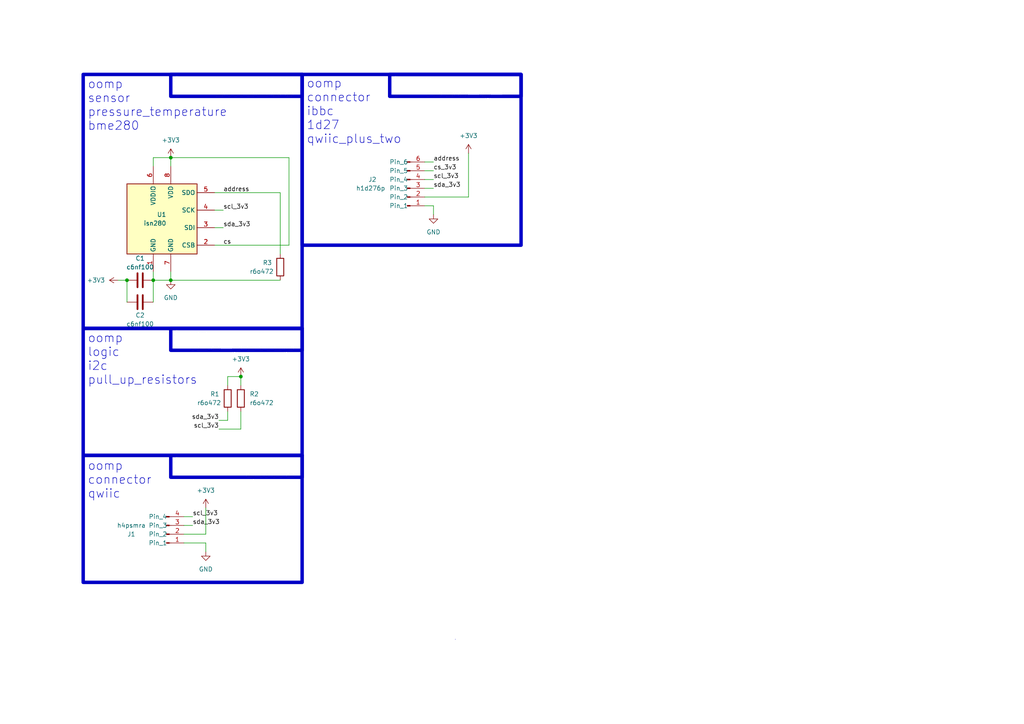
<source format=kicad_sch>
(kicad_sch (version 20230121) (generator eeschema)
  (paper "A4")
  (lib_symbols
    (symbol "c6nf100_electronic_capacitor_0603_100_nano_farad_1" (pin_numbers hide) (pin_names (offset 0.254))
      (property "Reference" "C" (at 0.635 2.54 0))
      (property "Value" "c6nf100_electronic_capacitor_0603_100_nano_farad" (at 0.635 -2.54 0))
      (symbol "c6nf100_electronic_capacitor_0603_100_nano_farad_1_0_1"
        (polyline (pts (xy -2.032 -0.762) (xy 2.032 -0.762)) (stroke (width 0.508)))
        (polyline (pts (xy -2.032 0.762) (xy 2.032 0.762)) (stroke (width 0.508)))
      )
      (symbol "c6nf100_electronic_capacitor_0603_100_nano_farad_1_1_1"
        (pin passive line (at 0 3.81 270) (length 2.794) (name "~") (number "1"))
        (pin passive line (at 0 -3.81 90) (length 2.794) (name "~") (number "2"))
      )
    )
    (symbol "oomlout_oomp_part_symbols:h1d276p_electronic_header_1d27_mm_6_pin" (pin_names (offset 1.016))
      (property "Reference" "J" (at 0 7.62 0))
      (property "Value" "h1d276p_electronic_header_1d27_mm_6_pin" (at 0 -10.16 0))
      (symbol "h1d276p_electronic_header_1d27_mm_6_pin_1_1"
        (polyline (pts (xy 1.27 -7.62) (xy 0.8636 -7.62)) (stroke (width 0.1524)))
        (polyline (pts (xy 1.27 -5.08) (xy 0.8636 -5.08)) (stroke (width 0.1524)))
        (polyline (pts (xy 1.27 -2.54) (xy 0.8636 -2.54)) (stroke (width 0.1524)))
        (polyline (pts (xy 1.27 0) (xy 0.8636 0)) (stroke (width 0.1524)))
        (polyline (pts (xy 1.27 2.54) (xy 0.8636 2.54)) (stroke (width 0.1524)))
        (polyline (pts (xy 1.27 5.08) (xy 0.8636 5.08)) (stroke (width 0.1524)))
        (rectangle (start 0.8636 -7.493) (end 0 -7.747) (stroke (width 0.1524)) (fill (type outline)))
        (rectangle (start 0.8636 -4.953) (end 0 -5.207) (stroke (width 0.1524)) (fill (type outline)))
        (rectangle (start 0.8636 -2.413) (end 0 -2.667) (stroke (width 0.1524)) (fill (type outline)))
        (rectangle (start 0.8636 0.127) (end 0 -0.127) (stroke (width 0.1524)) (fill (type outline)))
        (rectangle (start 0.8636 2.667) (end 0 2.413) (stroke (width 0.1524)) (fill (type outline)))
        (rectangle (start 0.8636 5.207) (end 0 4.953) (stroke (width 0.1524)) (fill (type outline)))
        (pin passive line (at 5.08 5.08 180) (length 3.81) (name "Pin_1") (number "1"))
        (pin passive line (at 5.08 2.54 180) (length 3.81) (name "Pin_2") (number "2"))
        (pin passive line (at 5.08 0 180) (length 3.81) (name "Pin_3") (number "3"))
        (pin passive line (at 5.08 -2.54 180) (length 3.81) (name "Pin_4") (number "4"))
        (pin passive line (at 5.08 -5.08 180) (length 3.81) (name "Pin_5") (number "5"))
        (pin passive line (at 5.08 -7.62 180) (length 3.81) (name "Pin_6") (number "6"))
      )
    )
    (symbol "oomlout_oomp_part_symbols:h4psmra_electronic_header_1_mm_jst_sh_4_pin_surface_mount_right_angle" (pin_names (offset 1.016))
      (property "Reference" "J" (at 0 5.08 0))
      (property "Value" "h4psmra_electronic_header_1_mm_jst_sh_4_pin_surface_mount_right_angle" (at 0 -7.62 0))
      (symbol "h4psmra_electronic_header_1_mm_jst_sh_4_pin_surface_mount_right_angle_1_1"
        (polyline (pts (xy 1.27 -5.08) (xy 0.8636 -5.08)) (stroke (width 0.1524)))
        (polyline (pts (xy 1.27 -2.54) (xy 0.8636 -2.54)) (stroke (width 0.1524)))
        (polyline (pts (xy 1.27 0) (xy 0.8636 0)) (stroke (width 0.1524)))
        (polyline (pts (xy 1.27 2.54) (xy 0.8636 2.54)) (stroke (width 0.1524)))
        (rectangle (start 0.8636 -4.953) (end 0 -5.207) (stroke (width 0.1524)) (fill (type outline)))
        (rectangle (start 0.8636 -2.413) (end 0 -2.667) (stroke (width 0.1524)) (fill (type outline)))
        (rectangle (start 0.8636 0.127) (end 0 -0.127) (stroke (width 0.1524)) (fill (type outline)))
        (rectangle (start 0.8636 2.667) (end 0 2.413) (stroke (width 0.1524)) (fill (type outline)))
        (pin passive line (at 5.08 2.54 180) (length 3.81) (name "Pin_1") (number "1"))
        (pin passive line (at 5.08 0 180) (length 3.81) (name "Pin_2") (number "2"))
        (pin passive line (at 5.08 -2.54 180) (length 3.81) (name "Pin_3") (number "3"))
        (pin passive line (at 5.08 -5.08 180) (length 3.81) (name "Pin_4") (number "4"))
      )
    )
    (symbol "oomlout_oomp_part_symbols:isn280_electronic_ic_lga_2_5_mm_x_2_5_mm_8_pin_sensor_pressure_temperature_bosch_bme280"
      (property "Reference" "J" (at -8.89 11.43 0))
      (property "Value" "isn280_electronic_ic_lga_2_5_mm_x_2_5_mm_8_pin_sensor_pressure_temperature_bosch_bme280" (at 7.62 11.43 0))
      (symbol "isn280_electronic_ic_lga_2_5_mm_x_2_5_mm_8_pin_sensor_pressure_temperature_bosch_bme280_0_1"
        (rectangle (start -10.16 10.16) (end 10.16 -10.16) (stroke (width 0.254)) (fill (type background)))
      )
      (symbol "isn280_electronic_ic_lga_2_5_mm_x_2_5_mm_8_pin_sensor_pressure_temperature_bosch_bme280_1_1"
        (pin power_in line (at -2.54 -15.24 90) (length 5.08) (name "GND") (number "1"))
        (pin input line (at 15.24 -7.62 180) (length 5.08) (name "CSB") (number "2"))
        (pin bidirectional line (at 15.24 -2.54 180) (length 5.08) (name "SDI") (number "3"))
        (pin input line (at 15.24 2.54 180) (length 5.08) (name "SCK") (number "4"))
        (pin bidirectional line (at 15.24 7.62 180) (length 5.08) (name "SDO") (number "5"))
        (pin power_in line (at -2.54 15.24 270) (length 5.08) (name "VDDIO") (number "6"))
        (pin power_in line (at 2.54 -15.24 90) (length 5.08) (name "GND") (number "7"))
        (pin power_in line (at 2.54 15.24 270) (length 5.08) (name "VDD") (number "8"))
      )
    )
    (symbol "oomlout_oomp_part_symbols:r6o472_electronic_resistor_0603_4700_ohm" (pin_numbers hide) (pin_names (offset 0))
      (property "Reference" "R" (at 2.032 0 90))
      (property "Value" "r6o472_electronic_resistor_0603_4700_ohm" (at 0 0 90))
      (symbol "r6o472_electronic_resistor_0603_4700_ohm_0_1"
        (rectangle (start -1.016 -2.54) (end 1.016 2.54) (stroke (width 0.254)))
      )
      (symbol "r6o472_electronic_resistor_0603_4700_ohm_1_1"
        (pin passive line (at 0 3.81 270) (length 1.27) (name "~") (number "1"))
        (pin passive line (at 0 -3.81 90) (length 1.27) (name "~") (number "2"))
      )
    )
    (symbol "power:+3V3" (power) (pin_names (offset 0))
      (property "Value" "+3V3" (at 0 3.556 0))
      (symbol "+3V3_0_1"
        (polyline (pts (xy -0.762 1.27) (xy 0 2.54)))
        (polyline (pts (xy 0 0) (xy 0 2.54)))
        (polyline (pts (xy 0 2.54) (xy 0.762 1.27)))
      )
      (symbol "+3V3_1_1"
        (pin power_in line (at 0 0 90) (length 0) hide (name "+3V3") (number "1"))
      )
    )
    (symbol "power:GND" (power) (pin_names (offset 0))
      (property "Value" "GND" (at 0 -3.81 0))
      (symbol "GND_0_1"
        (polyline (pts (xy 0 0) (xy 0 -1.27) (xy 1.27 -1.27) (xy 0 -2.54) (xy -1.27 -1.27) (xy 0 -1.27)))
      )
      (symbol "GND_1_1"
        (pin power_in line (at 0 0 270) (length 0) hide (name "GND") (number "1"))
      )
    )
  )
  (junction (at 49.53 81.28))
  (junction (at 44.45 81.28))
  (junction (at 69.85 109.22))
  (junction (at 36.83 81.28))
  (junction (at 49.53 45.72))
  (wire (pts (xy 49.53 81.28) (xy 81.28 81.28)))
  (wire (pts (xy 81.28 55.88) (xy 81.28 73.66)))
  (wire (pts (xy 69.85 119.38) (xy 69.85 124.46)))
  (wire (pts (xy 69.85 109.22) (xy 66.04 109.22)))
  (wire (pts (xy 125.73 59.69) (xy 125.73 62.23)))
  (wire (pts (xy 36.83 81.28) (xy 36.83 87.63)))
  (wire (pts (xy 44.45 45.72) (xy 49.53 45.72)))
  (wire (pts (xy 66.04 121.92) (xy 66.04 119.38)))
  (wire (pts (xy 123.19 49.53) (xy 125.73 49.53)))
  (wire (pts (xy 62.23 66.04) (xy 64.77 66.04)))
  (wire (pts (xy 59.69 157.48) (xy 53.34 157.48)))
  (wire (pts (xy 123.19 54.61) (xy 125.73 54.61)))
  (wire (pts (xy 135.89 57.15) (xy 135.89 44.45)))
  (wire (pts (xy 83.82 71.12) (xy 83.82 45.72)))
  (wire (pts (xy 44.45 81.28) (xy 49.53 81.28)))
  (wire (pts (xy 49.53 78.74) (xy 49.53 81.28)))
  (wire (pts (xy 49.53 45.72) (xy 49.53 48.26)))
  (wire (pts (xy 63.5 121.92) (xy 66.04 121.92)))
  (wire (pts (xy 59.69 157.48) (xy 59.69 160.02)))
  (wire (pts (xy 53.34 149.86) (xy 55.88 149.86)))
  (wire (pts (xy 44.45 78.74) (xy 44.45 81.28)))
  (wire (pts (xy 49.53 45.72) (xy 83.82 45.72)))
  (wire (pts (xy 53.34 154.94) (xy 59.69 154.94)))
  (wire (pts (xy 53.34 152.4) (xy 55.88 152.4)))
  (wire (pts (xy 62.23 71.12) (xy 83.82 71.12)))
  (wire (pts (xy 44.45 48.26) (xy 44.45 45.72)))
  (wire (pts (xy 62.23 55.88) (xy 81.28 55.88)))
  (wire (pts (xy 59.69 147.32) (xy 59.69 154.94)))
  (wire (pts (xy 34.29 81.28) (xy 36.83 81.28)))
  (wire (pts (xy 123.19 52.07) (xy 125.73 52.07)))
  (wire (pts (xy 44.45 81.28) (xy 44.45 87.63)))
  (wire (pts (xy 62.23 60.96) (xy 64.77 60.96)))
  (wire (pts (xy 123.19 59.69) (xy 125.73 59.69)))
  (wire (pts (xy 69.85 124.46) (xy 63.5 124.46)))
  (wire (pts (xy 66.04 109.22) (xy 66.04 111.76)))
  (wire (pts (xy 123.19 46.99) (xy 125.73 46.99)))
  (wire (pts (xy 123.19 57.15) (xy 135.89 57.15)))
  (wire (pts (xy 69.85 109.22) (xy 69.85 111.76)))
  (rectangle (start 132.08 185.42) (end 132.08 185.42))
  (rectangle (start 87.63 21.59) (end 151.13 71.12) (stroke (width 1)))
  (rectangle (start 68.58 295.91) (end 68.58 295.91))
  (rectangle (start 113.03 21.59) (end 151.13 27.94) (stroke (width 1)) (fill (type color)))
  (rectangle (start 68.58 259.08) (end 68.58 259.08))
  (rectangle (start 24.13 95.25) (end 87.63 132.08) (stroke (width 1)))
  (rectangle (start 49.53 21.59) (end 87.63 27.94) (stroke (width 1)) (fill (type color)))
  (rectangle (start 24.13 21.59) (end 87.63 95.25) (stroke (width 1)))
  (rectangle (start 49.53 95.25) (end 87.63 101.6) (stroke (width 1)) (fill (type color)))
  (rectangle (start 24.13 132.08) (end 87.63 168.91) (stroke (width 1)))
  (rectangle (start 49.53 132.08) (end 87.63 138.43) (stroke (width 1)) (fill (type color)))
  (text "name" (at 52.07 27.94 90) (effects (font (size 1.27 1.27) (thickness 0.254) bold) (justify left bottom)))
  (text "ibbc_q_2\n" (at 149.86 27.94 0) (effects (font (size 4 4) (thickness 0.8) bold) (justify right bottom)))
  (text "name" (at 52.07 138.43 90) (effects (font (size 1.27 1.27) (thickness 0.254) bold) (justify left bottom)))
  (text "qwiic\n" (at 86.36 138.43 0) (effects (font (size 4 4) (thickness 0.8) bold) (justify right bottom)))
  (text "name" (at 52.07 101.6 90) (effects (font (size 1.27 1.27) (thickness 0.254) bold) (justify left bottom)))
  (text "i2c_pullup\n" (at 86.36 101.6 0) (effects (font (size 4 4) (thickness 0.8) bold) (justify right bottom)))
  (text "name" (at 115.57 27.94 90) (effects (font (size 1.27 1.27) (thickness 0.254) bold) (justify left bottom)))
  (text "oomp\nconnector\nqwiic\n" (at 25.4 144.78 0) (effects (font (size 2.5 2.5)) (justify left bottom)))
  (text "oomp\nsensor\npressure_temperature\nbme280" (at 25.4 38.1 0) (effects (font (size 2.5 2.5)) (justify left bottom)))
  (text "oomp\nlogic\ni2c\npull_up_resistors\n" (at 25.4 111.76 0) (effects (font (size 2.5 2.5)) (justify left bottom)))
  (text "bme280" (at 86.36 27.94 0) (effects (font (size 4 4) (thickness 0.8) bold) (justify right bottom)))
  (text "oomp\nconnector\nibbc\n1d27\nqwiic_plus_two\n" (at 88.9 41.91 0) (effects (font (size 2.5 2.5)) (justify left bottom)))
  (label "sda_3v3" (at 63.5 121.92 180))
  (label "scl_3v3" (at 55.88 149.86 0))
  (label "cs_3v3" (at 125.73 49.53 0))
  (label "cs" (at 64.77 71.12 0))
  (label "sda_3v3" (at 55.88 152.4 0))
  (label "scl_3v3" (at 64.77 60.96 0))
  (label "scl_3v3" (at 63.5 124.46 180))
  (label "sda_3v3" (at 125.73 54.61 0))
  (label "sda_3v3" (at 64.77 66.04 0))
  (label "address" (at 64.77 55.88 0))
  (label "address" (at 125.73 46.99 0))
  (label "scl_3v3" (at 125.73 52.07 0))
  (symbol (lib_id "oomlout_oomp_part_symbols:r6o472_electronic_resistor_0603_4700_ohm") (at 66.04 115.57 0) (unit 1)
    (property "Reference" "R1" (at 60.96 114.3 0) (effects (justify left)))
    (property "Value" "r6o472" (at 57.15 116.84 0) (effects (justify left)))
    (property "Footprint" "oomlout_oomp_part_footprints:r6o472_electronic_resistor_0603_4700_ohm" (effects hide))
    (property "Datasheet" "https://github.com/oomlout/oomlout_oomp_v3/parts/electronic_resistor_0603_4700_ohm/datasheet.pdf" (effects hide))
  )
  (symbol (lib_id "power:GND") (at 49.53 81.28 0) (unit 1)
    (property "Reference" "#PWR03" (effects hide))
    (property "Value" "GND" (at 49.53 86.36 0))
  )
  (symbol (lib_id "power:+3V3") (at 69.85 109.22 0) (unit 1)
    (property "Reference" "#PWR04" (effects hide))
    (property "Value" "+3V3" (at 69.85 104.14 0))
  )
  (symbol (lib_id "oomlout_oomp_part_symbols:r6o472_electronic_resistor_0603_4700_ohm") (at 81.28 77.47 0) (unit 1)
    (property "Reference" "R3" (at 76.2 76.2 0) (effects (justify left)))
    (property "Value" "r6o472" (at 72.39 78.74 0) (effects (justify left)))
    (property "Footprint" "oomlout_oomp_part_footprints:r6o472_electronic_resistor_0603_4700_ohm" (effects hide))
    (property "Datasheet" "https://github.com/oomlout/oomlout_oomp_v3/parts/electronic_resistor_0603_4700_ohm/datasheet.pdf" (effects hide))
  )
  (symbol (lib_id "oomlout_oomp_part_symbols:isn280_electronic_ic_lga_2_5_mm_x_2_5_mm_8_pin_sensor_pressure_temperature_bosch_bme280") (at 46.99 63.5 0) (unit 1)
    (property "Reference" "U1" (at 48.26 62.23 0) (effects (justify right)))
    (property "Value" "isn280" (at 48.26 64.77 0) (effects (justify right)))
    (property "Footprint" "oomlout_oomp_part_footprints:isn280_electronic_ic_lga_2_5_mm_x_2_5_mm_8_pin_sensor_pressure_temperature_bosch_bme280" (effects hide))
    (property "Datasheet" "https://github.com/oomlout/oomlout_oomp_v3/parts/electronic_ic_lga_2_5_mm_x_2_5_mm_8_pin_sensor_pressure_temperature_bosch_bme280/datasheet.pdf" (effects hide))
  )
  (symbol (lib_id "oomlout_oomp_part_symbols:h4psmra_electronic_header_1_mm_jst_sh_4_pin_surface_mount_right_angle") (at 48.26 154.94 0) (mirror x) (unit 1)
    (property "Reference" "J1" (at 38.1 154.94 0))
    (property "Value" "h4psmra" (at 38.1 152.4 0))
    (property "Footprint" "oomlout_oomp_part_footprints:h4psmra_electronic_header_1_mm_jst_sh_4_pin_surface_mount_right_angle" (effects hide))
    (property "Datasheet" "https://github.com/oomlout/oomlout_oomp_v3/parts/electronic_header_1_mm_jst_sh_4_pin_surface_mount_right_angle/datasheet.pdf" (effects hide))
  )
  (symbol (lib_id "power:GND") (at 59.69 160.02 0) (unit 1)
    (property "Reference" "#PWR06" (effects hide))
    (property "Value" "GND" (at 59.69 165.1 0))
  )
  (symbol (lib_id "power:GND") (at 125.73 62.23 0) (unit 1)
    (property "Reference" "#PWR07" (effects hide))
    (property "Value" "GND" (at 125.73 67.31 0))
  )
  (symbol (lib_id "oomlout_oomp_part_symbols:h1d276p_electronic_header_1d27_mm_6_pin") (at 118.11 54.61 0) (mirror x) (unit 1)
    (property "Reference" "J2" (at 109.22 52.07 0) (effects (justify right)))
    (property "Value" "h1d276p" (at 111.76 54.61 0) (effects (justify right)))
    (property "Footprint" "oomlout_oomp_part_footprints:h1d276p_electronic_header_1d27_mm_6_pin" (effects hide))
    (property "Datasheet" "https://github.com/oomlout/oomlout_oomp_v3/parts/electronic_header_1d27_mm_6_pin/datasheet.pdf" (effects hide))
  )
  (symbol (lib_id "power:+3V3") (at 135.89 44.45 0) (unit 1)
    (property "Reference" "#PWR08" (effects hide))
    (property "Value" "+3V3" (at 135.89 39.37 0))
  )
  (symbol (lib_id "power:+3V3") (at 34.29 81.28 90) (unit 1)
    (property "Reference" "#PWR01" (effects hide))
    (property "Value" "+3V3" (at 30.48 81.28 90) (effects (justify left)))
  )
  (symbol (lib_id "power:+3V3") (at 49.53 45.72 0) (unit 1)
    (property "Reference" "#PWR02" (effects hide))
    (property "Value" "+3V3" (at 49.53 40.64 0))
  )
  (symbol (lib_id "power:+3V3") (at 59.69 147.32 0) (unit 1)
    (property "Reference" "#PWR05" (effects hide))
    (property "Value" "+3V3" (at 59.69 142.24 0))
  )
  (symbol (lib_name "c6nf100_electronic_capacitor_0603_100_nano_farad_1") (lib_id "oomlout_oomp_part_symbols:c6nf100_electronic_capacitor_0603_100_nano_farad") (at 40.64 81.28 90) (unit 1)
    (property "Reference" "C1" (at 40.64 74.93 90))
    (property "Value" "c6nf100" (at 40.64 77.47 90))
    (property "Footprint" "oomlout_oomp_part_footprints:c6nf100_electronic_capacitor_0603_100_nano_farad" (effects hide))
    (property "Datasheet" "https://github.com/oomlout/oomlout_oomp_v3/parts/electronic_capacitor_0603_100_nano_farad/datasheet.pdf" (effects hide))
  )
  (symbol (lib_name "c6nf100_electronic_capacitor_0603_100_nano_farad_1") (lib_id "oomlout_oomp_part_symbols:c6nf100_electronic_capacitor_0603_100_nano_farad") (at 40.64 87.63 90) (unit 1)
    (property "Reference" "C2" (at 40.64 91.44 90))
    (property "Value" "c6nf100" (at 40.64 93.98 90))
    (property "Footprint" "oomlout_oomp_part_footprints:c6nf100_electronic_capacitor_0603_100_nano_farad" (effects hide))
    (property "Datasheet" "https://github.com/oomlout/oomlout_oomp_v3/parts/electronic_capacitor_0603_100_nano_farad/datasheet.pdf" (effects hide))
  )
  (symbol (lib_id "oomlout_oomp_part_symbols:r6o472_electronic_resistor_0603_4700_ohm") (at 69.85 115.57 0) (unit 1)
    (property "Reference" "R2" (at 72.39 114.3 0) (effects (justify left)))
    (property "Value" "r6o472" (at 72.39 116.84 0) (effects (justify left)))
    (property "Footprint" "oomlout_oomp_part_footprints:r6o472_electronic_resistor_0603_4700_ohm" (effects hide))
    (property "Datasheet" "https://github.com/oomlout/oomlout_oomp_v3/parts/electronic_resistor_0603_4700_ohm/datasheet.pdf" (effects hide))
  )
)
</source>
